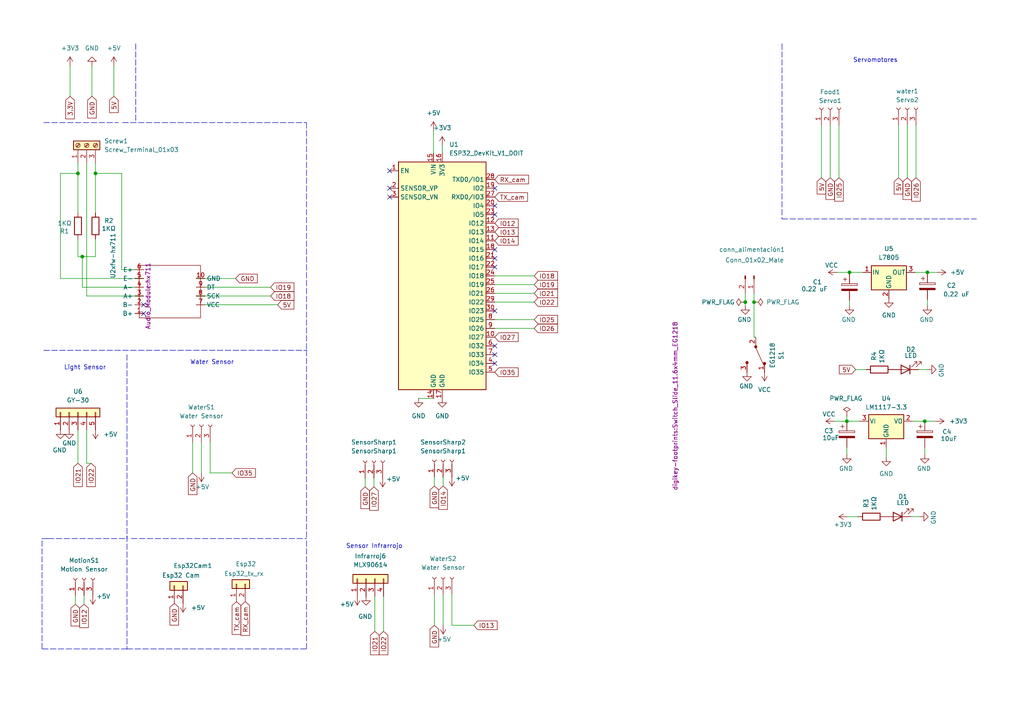
<source format=kicad_sch>
(kicad_sch (version 20211123) (generator eeschema)
  (paper "A4")
  (lib_symbols
    (symbol "Connector:Conn_01x02_Male" (pin_names (offset 1.016) hide)
      (property "Reference" "J" (at 0 2.54 0))
      (property "Value" "Conn_01x02_Male" (at 0 -5.08 0))
      (symbol "Conn_01x02_Male_1_1"
        (polyline (pts (xy 1.27 -2.54) (xy 0.8636 -2.54)) (stroke (width 0.1524)))
        (polyline (pts (xy 1.27 0) (xy 0.8636 0)) (stroke (width 0.1524)))
        (rectangle (start 0.8636 -2.413) (end 0 -2.667) (stroke (width 0.1524)) (fill (type outline)))
        (rectangle (start 0.8636 0.127) (end 0 -0.127) (stroke (width 0.1524)) (fill (type outline)))
        (pin passive line (at 5.08 0 180) (length 3.81) (name "Pin_1") (number "1"))
        (pin passive line (at 5.08 -2.54 180) (length 3.81) (name "Pin_2") (number "2"))
      )
    )
    (symbol "Connector:Conn_01x03_Female" (pin_names (offset 1.016) hide)
      (property "Reference" "J" (at 0 5.08 0))
      (property "Value" "Conn_01x03_Female" (at 0 -5.08 0))
      (symbol "Conn_01x03_Female_1_1"
        (arc (start 0 -2.032) (mid -0.508 -2.54) (end 0 -3.048) (stroke (width 0.1524)))
        (polyline (pts (xy -1.27 -2.54) (xy -0.508 -2.54)) (stroke (width 0.1524)))
        (polyline (pts (xy -1.27 0) (xy -0.508 0)) (stroke (width 0.1524)))
        (polyline (pts (xy -1.27 2.54) (xy -0.508 2.54)) (stroke (width 0.1524)))
        (arc (start 0 0.508) (mid -0.508 0) (end 0 -0.508) (stroke (width 0.1524)))
        (arc (start 0 3.048) (mid -0.508 2.54) (end 0 2.032) (stroke (width 0.1524)))
        (pin passive line (at -5.08 2.54 0) (length 3.81) (name "Pin_1") (number "1"))
        (pin passive line (at -5.08 0 0) (length 3.81) (name "Pin_2") (number "2"))
        (pin passive line (at -5.08 -2.54 0) (length 3.81) (name "Pin_3") (number "3"))
      )
    )
    (symbol "Connector:Screw_Terminal_01x03" (pin_names (offset 1.016) hide)
      (property "Reference" "J" (at 0 5.08 0))
      (property "Value" "Screw_Terminal_01x03" (at 0 -5.08 0))
      (symbol "Screw_Terminal_01x03_1_1"
        (rectangle (start -1.27 3.81) (end 1.27 -3.81) (stroke (width 0.254)) (fill (type background)))
        (circle (center 0 -2.54) (radius 0.635) (stroke (width 0.1524)))
        (polyline (pts (xy -0.5334 -2.2098) (xy 0.3302 -3.048)) (stroke (width 0.1524)))
        (polyline (pts (xy -0.5334 0.3302) (xy 0.3302 -0.508)) (stroke (width 0.1524)))
        (polyline (pts (xy -0.5334 2.8702) (xy 0.3302 2.032)) (stroke (width 0.1524)))
        (polyline (pts (xy -0.3556 -2.032) (xy 0.508 -2.8702)) (stroke (width 0.1524)))
        (polyline (pts (xy -0.3556 0.508) (xy 0.508 -0.3302)) (stroke (width 0.1524)))
        (polyline (pts (xy -0.3556 3.048) (xy 0.508 2.2098)) (stroke (width 0.1524)))
        (circle (center 0 0) (radius 0.635) (stroke (width 0.1524)))
        (circle (center 0 2.54) (radius 0.635) (stroke (width 0.1524)))
        (pin passive line (at -5.08 2.54 0) (length 3.81) (name "Pin_1") (number "1"))
        (pin passive line (at -5.08 0 0) (length 3.81) (name "Pin_2") (number "2"))
        (pin passive line (at -5.08 -2.54 0) (length 3.81) (name "Pin_3") (number "3"))
      )
    )
    (symbol "Connector_Generic:Conn_01x02" (pin_names (offset 1.016) hide)
      (property "Reference" "J" (at 0 2.54 0))
      (property "Value" "Conn_01x02" (at 0 -5.08 0))
      (symbol "Conn_01x02_1_1"
        (rectangle (start -1.27 -2.413) (end 0 -2.667) (stroke (width 0.1524)))
        (rectangle (start -1.27 0.127) (end 0 -0.127) (stroke (width 0.1524)))
        (rectangle (start -1.27 1.27) (end 1.27 -3.81) (stroke (width 0.254)) (fill (type background)))
        (pin passive line (at -5.08 0 0) (length 3.81) (name "Pin_1") (number "1"))
        (pin passive line (at -5.08 -2.54 0) (length 3.81) (name "Pin_2") (number "2"))
      )
    )
    (symbol "Connector_Generic:Conn_01x04" (pin_names (offset 1.016) hide)
      (property "Reference" "J" (at 0 5.08 0))
      (property "Value" "Conn_01x04" (at 0 -7.62 0))
      (symbol "Conn_01x04_1_1"
        (rectangle (start -1.27 -4.953) (end 0 -5.207) (stroke (width 0.1524)))
        (rectangle (start -1.27 -2.413) (end 0 -2.667) (stroke (width 0.1524)))
        (rectangle (start -1.27 0.127) (end 0 -0.127) (stroke (width 0.1524)))
        (rectangle (start -1.27 2.667) (end 0 2.413) (stroke (width 0.1524)))
        (rectangle (start -1.27 3.81) (end 1.27 -6.35) (stroke (width 0.254)) (fill (type background)))
        (pin passive line (at -5.08 2.54 0) (length 3.81) (name "Pin_1") (number "1"))
        (pin passive line (at -5.08 0 0) (length 3.81) (name "Pin_2") (number "2"))
        (pin passive line (at -5.08 -2.54 0) (length 3.81) (name "Pin_3") (number "3"))
        (pin passive line (at -5.08 -5.08 0) (length 3.81) (name "Pin_4") (number "4"))
      )
    )
    (symbol "Connector_Generic:Conn_01x05" (pin_names (offset 1.016) hide)
      (property "Reference" "J" (at 0 7.62 0))
      (property "Value" "Conn_01x05" (at 0 -7.62 0))
      (symbol "Conn_01x05_1_1"
        (rectangle (start -1.27 -4.953) (end 0 -5.207) (stroke (width 0.1524)))
        (rectangle (start -1.27 -2.413) (end 0 -2.667) (stroke (width 0.1524)))
        (rectangle (start -1.27 0.127) (end 0 -0.127) (stroke (width 0.1524)))
        (rectangle (start -1.27 2.667) (end 0 2.413) (stroke (width 0.1524)))
        (rectangle (start -1.27 5.207) (end 0 4.953) (stroke (width 0.1524)))
        (rectangle (start -1.27 6.35) (end 1.27 -6.35) (stroke (width 0.254)) (fill (type background)))
        (pin passive line (at -5.08 5.08 0) (length 3.81) (name "Pin_1") (number "1"))
        (pin passive line (at -5.08 2.54 0) (length 3.81) (name "Pin_2") (number "2"))
        (pin passive line (at -5.08 0 0) (length 3.81) (name "Pin_3") (number "3"))
        (pin passive line (at -5.08 -2.54 0) (length 3.81) (name "Pin_4") (number "4"))
        (pin passive line (at -5.08 -5.08 0) (length 3.81) (name "Pin_5") (number "5"))
      )
    )
    (symbol "Device:C_Polarized" (pin_numbers hide) (pin_names (offset 0.254))
      (property "Reference" "C" (at 0.635 2.54 0))
      (property "Value" "C_Polarized" (at 0.635 -2.54 0))
      (symbol "C_Polarized_0_1"
        (rectangle (start -2.286 0.508) (end 2.286 1.016))
        (polyline (pts (xy -1.778 2.286) (xy -0.762 2.286)))
        (polyline (pts (xy -1.27 2.794) (xy -1.27 1.778)))
        (rectangle (start 2.286 -0.508) (end -2.286 -1.016) (fill (type outline)))
      )
      (symbol "C_Polarized_1_1"
        (pin passive line (at 0 3.81 270) (length 2.794) (name "~") (number "1"))
        (pin passive line (at 0 -3.81 90) (length 2.794) (name "~") (number "2"))
      )
    )
    (symbol "Device:LED" (pin_numbers hide) (pin_names (offset 1.016) hide)
      (property "Reference" "D" (at 0 2.54 0))
      (property "Value" "LED" (at 0 -2.54 0))
      (symbol "LED_0_1"
        (polyline (pts (xy -1.27 -1.27) (xy -1.27 1.27)) (stroke (width 0.254)))
        (polyline (pts (xy -1.27 0) (xy 1.27 0)))
        (polyline (pts (xy 1.27 -1.27) (xy 1.27 1.27) (xy -1.27 0) (xy 1.27 -1.27)) (stroke (width 0.254)))
        (polyline (pts (xy -3.048 -0.762) (xy -4.572 -2.286) (xy -3.81 -2.286) (xy -4.572 -2.286) (xy -4.572 -1.524)))
        (polyline (pts (xy -1.778 -0.762) (xy -3.302 -2.286) (xy -2.54 -2.286) (xy -3.302 -2.286) (xy -3.302 -1.524)))
      )
      (symbol "LED_1_1"
        (pin passive line (at -3.81 0 0) (length 2.54) (name "K") (number "1"))
        (pin passive line (at 3.81 0 180) (length 2.54) (name "A") (number "2"))
      )
    )
    (symbol "Device:R" (pin_numbers hide) (pin_names (offset 0))
      (property "Reference" "R" (at 2.032 0 90))
      (property "Value" "R" (at 0 0 90))
      (symbol "R_0_1"
        (rectangle (start -1.016 -2.54) (end 1.016 2.54) (stroke (width 0.254)))
      )
      (symbol "R_1_1"
        (pin passive line (at 0 3.81 270) (length 1.27) (name "~") (number "1"))
        (pin passive line (at 0 -3.81 90) (length 1.27) (name "~") (number "2"))
      )
    )
    (symbol "Regulator_Linear:L7805" (pin_names (offset 0.254))
      (property "Reference" "U" (at -3.81 3.175 0))
      (property "Value" "L7805" (at 0 3.175 0))
      (symbol "L7805_0_1"
        (rectangle (start -5.08 1.905) (end 5.08 -5.08) (stroke (width 0.254)) (fill (type background)))
      )
      (symbol "L7805_1_1"
        (pin power_in line (at -7.62 0 0) (length 2.54) (name "IN") (number "1"))
        (pin power_in line (at 0 -7.62 90) (length 2.54) (name "GND") (number "2"))
        (pin power_out line (at 7.62 0 180) (length 2.54) (name "OUT") (number "3"))
      )
    )
    (symbol "Regulator_Linear:LM1117-3.3" (pin_names (offset 0.254))
      (property "Reference" "U" (at -3.81 3.175 0))
      (property "Value" "LM1117-3.3" (at 0 3.175 0))
      (symbol "LM1117-3.3_0_1"
        (rectangle (start -5.08 -5.08) (end 5.08 1.905) (stroke (width 0.254)) (fill (type background)))
      )
      (symbol "LM1117-3.3_1_1"
        (pin power_in line (at 0 -7.62 90) (length 2.54) (name "GND") (number "1"))
        (pin power_out line (at 7.62 0 180) (length 2.54) (name "VO") (number "2"))
        (pin power_in line (at -7.62 0 0) (length 2.54) (name "VI") (number "3"))
      )
    )
    (symbol "XFW-HX711:xfw-hx711"
      (property "Reference" "U2" (at 5.0799 10.16 0))
      (property "Value" "xfw-hx711" (at 7.6199 10.16 0))
      (property "Footprint" "Audio_Module:hx711" (at 0 0 0))
      (symbol "xfw-hx711_0_1"
        (rectangle (start -6.35 2.54) (end 8.89 -15.24))
      )
      (symbol "xfw-hx711_1_1"
        (pin input line (at -5.08 1.27 90) (length 2.54) (name "B+") (number "1"))
        (pin input line (at 5.08 -13.97 270) (length 2.54) (name "GND") (number "10"))
        (pin input line (at -2.54 1.27 90) (length 2.54) (name "B-") (number "2"))
        (pin input line (at 0 1.27 90) (length 2.54) (name "A+") (number "3"))
        (pin input line (at 2.54 1.27 90) (length 2.54) (name "A-") (number "4"))
        (pin input line (at 5.08 1.27 90) (length 2.54) (name "E-") (number "5"))
        (pin input line (at 7.62 1.27 90) (length 2.54) (name "E+") (number "6"))
        (pin input line (at -2.54 -13.97 270) (length 2.54) (name "VCC") (number "7"))
        (pin input line (at 0 -13.97 270) (length 2.54) (name "SCK") (number "8"))
        (pin input line (at 2.54 -13.97 270) (length 2.54) (name "DT") (number "9"))
      )
    )
    (symbol "dk_Slide-Switches:EG1218" (pin_names (offset 0))
      (property "Reference" "S" (at -3.81 2.286 0))
      (property "Value" "EG1218" (at 0 -5.334 0))
      (symbol "EG1218_0_1"
        (circle (center -2.286 0) (radius 0.3556) (fill (type outline)))
        (polyline (pts (xy -2.032 0) (xy 3.048 2.286)))
        (circle (center 2.286 -2.54) (radius 0.3556) (fill (type outline)))
        (circle (center 2.54 2.54) (radius 0.3556) (fill (type outline)))
      )
      (symbol "EG1218_1_1"
        (pin passive line (at 5.08 2.54 180) (length 2.54) (name "~") (number "1"))
        (pin passive line (at -5.08 0 0) (length 2.54) (name "~") (number "2"))
        (pin passive line (at 5.08 -2.54 180) (length 2.54) (name "~") (number "3"))
      )
    )
    (symbol "esp32_devkit_v1_doit:ESP32_DevKit_V1_DOIT"
      (property "Reference" "U" (at -11.43 34.29 0))
      (property "Value" "ESP32_DevKit_V1_DOIT" (at 11.43 34.29 0))
      (symbol "ESP32_DevKit_V1_DOIT_1_1"
        (rectangle (start -12.7 33.02) (end 12.7 -33.02) (stroke (width 0.254)) (fill (type background)))
        (pin input line (at -15.24 30.48 0) (length 2.54) (name "EN") (number "1"))
        (pin bidirectional line (at 15.24 -17.78 180) (length 2.54) (name "IO27") (number "10"))
        (pin bidirectional line (at 15.24 10.16 180) (length 2.54) (name "IO14") (number "11"))
        (pin bidirectional line (at 15.24 15.24 180) (length 2.54) (name "IO12") (number "12"))
        (pin bidirectional line (at 15.24 12.7 180) (length 2.54) (name "IO13") (number "13"))
        (pin power_in line (at -2.54 -35.56 90) (length 2.54) (name "GND") (number "14"))
        (pin power_in line (at -2.54 35.56 270) (length 2.54) (name "VIN") (number "15"))
        (pin power_in line (at 0 35.56 270) (length 2.54) (name "3V3") (number "16"))
        (pin power_in line (at 0 -35.56 90) (length 2.54) (name "GND") (number "17"))
        (pin bidirectional line (at 15.24 7.62 180) (length 2.54) (name "IO15") (number "18"))
        (pin bidirectional line (at 15.24 25.4 180) (length 2.54) (name "IO2") (number "19"))
        (pin input line (at -15.24 25.4 0) (length 2.54) (name "SENSOR_VP") (number "2"))
        (pin bidirectional line (at 15.24 20.32 180) (length 2.54) (name "IO4") (number "20"))
        (pin bidirectional line (at 15.24 5.08 180) (length 2.54) (name "IO16") (number "21"))
        (pin bidirectional line (at 15.24 2.54 180) (length 2.54) (name "IO17") (number "22"))
        (pin bidirectional line (at 15.24 17.78 180) (length 2.54) (name "IO5") (number "23"))
        (pin bidirectional line (at 15.24 0 180) (length 2.54) (name "IO18") (number "24"))
        (pin bidirectional line (at 15.24 -2.54 180) (length 2.54) (name "IO19") (number "25"))
        (pin bidirectional line (at 15.24 -5.08 180) (length 2.54) (name "IO21") (number "26"))
        (pin bidirectional line (at 15.24 22.86 180) (length 2.54) (name "RXD0/IO3") (number "27"))
        (pin bidirectional line (at 15.24 27.94 180) (length 2.54) (name "TXD0/IO1") (number "28"))
        (pin bidirectional line (at 15.24 -7.62 180) (length 2.54) (name "IO22") (number "29"))
        (pin input line (at -15.24 22.86 0) (length 2.54) (name "SENSOR_VN") (number "3"))
        (pin bidirectional line (at 15.24 -10.16 180) (length 2.54) (name "IO23") (number "30"))
        (pin input line (at 15.24 -25.4 180) (length 2.54) (name "IO34") (number "4"))
        (pin input line (at 15.24 -27.94 180) (length 2.54) (name "IO35") (number "5"))
        (pin bidirectional line (at 15.24 -20.32 180) (length 2.54) (name "IO32") (number "6"))
        (pin bidirectional line (at 15.24 -22.86 180) (length 2.54) (name "IO33") (number "7"))
        (pin bidirectional line (at 15.24 -12.7 180) (length 2.54) (name "IO25") (number "8"))
        (pin bidirectional line (at 15.24 -15.24 180) (length 2.54) (name "IO26") (number "9"))
      )
    )
    (symbol "power:+3.3V" (power) (pin_names (offset 0))
      (property "Value" "+3.3V" (at 0 3.556 0))
      (symbol "+3.3V_0_1"
        (polyline (pts (xy -0.762 1.27) (xy 0 2.54)))
        (polyline (pts (xy 0 0) (xy 0 2.54)))
        (polyline (pts (xy 0 2.54) (xy 0.762 1.27)))
      )
      (symbol "+3.3V_1_1"
        (pin power_in line (at 0 0 90) (length 0) hide (name "+3V3") (number "1"))
      )
    )
    (symbol "power:+5V" (power) (pin_names (offset 0))
      (property "Value" "+5V" (at 0 3.556 0))
      (symbol "+5V_0_1"
        (polyline (pts (xy -0.762 1.27) (xy 0 2.54)))
        (polyline (pts (xy 0 0) (xy 0 2.54)))
        (polyline (pts (xy 0 2.54) (xy 0.762 1.27)))
      )
      (symbol "+5V_1_1"
        (pin power_in line (at 0 0 90) (length 0) hide (name "+5V") (number "1"))
      )
    )
    (symbol "power:GND" (power) (pin_names (offset 0))
      (property "Value" "GND" (at 0 -3.81 0))
      (symbol "GND_0_1"
        (polyline (pts (xy 0 0) (xy 0 -1.27) (xy 1.27 -1.27) (xy 0 -2.54) (xy -1.27 -1.27) (xy 0 -1.27)))
      )
      (symbol "GND_1_1"
        (pin power_in line (at 0 0 270) (length 0) hide (name "GND") (number "1"))
      )
    )
    (symbol "power:PWR_FLAG" (power) (pin_numbers hide) (pin_names (offset 0) hide)
      (property "Value" "PWR_FLAG" (at 0 3.81 0))
      (symbol "PWR_FLAG_0_0"
        (pin power_out line (at 0 0 90) (length 0) (name "pwr") (number "1"))
      )
      (symbol "PWR_FLAG_0_1"
        (polyline (pts (xy 0 0) (xy 0 1.27) (xy -1.016 1.905) (xy 0 2.54) (xy 1.016 1.905) (xy 0 1.27)))
      )
    )
    (symbol "power:VCC" (power) (pin_names (offset 0))
      (property "Value" "VCC" (at 0 3.81 0))
      (symbol "VCC_0_1"
        (polyline (pts (xy -0.762 1.27) (xy 0 2.54)))
        (polyline (pts (xy 0 0) (xy 0 2.54)))
        (polyline (pts (xy 0 2.54) (xy 0.762 1.27)))
      )
      (symbol "VCC_1_1"
        (pin power_in line (at 0 0 90) (length 0) hide (name "VCC") (number "1"))
      )
    )
  )
  (junction (at 22.606 50.292))
  (junction (at 268.224 122.174))
  (junction (at 23.876 74.422))
  (junction (at 216.154 87.63))
  (junction (at 246.38 78.994))
  (junction (at 27.686 50.292))
  (junction (at 245.618 122.174))
  (junction (at 218.694 87.63))
  (junction (at 268.986 78.994))
  (no_connect (at 143.51 62.23))
  (no_connect (at 143.51 54.61))
  (no_connect (at 143.51 59.69))
  (no_connect (at 143.51 72.39))
  (no_connect (at 143.51 74.93))
  (no_connect (at 143.51 90.17))
  (no_connect (at 143.51 77.47))
  (no_connect (at 113.03 57.15))
  (no_connect (at 113.03 54.61))
  (no_connect (at 113.03 49.53))
  (no_connect (at 41.656 88.392))
  (no_connect (at 41.656 90.932))
  (no_connect (at 143.51 100.33))
  (no_connect (at 143.51 102.87))
  (no_connect (at 143.51 105.41))
  (wire (pts (xy 108.712 172.974) (xy 108.712 183.134)))
  (wire (pts (xy 131.064 172.466) (xy 131.064 181.356)))
  (wire (pts (xy 17.526 50.292) (xy 17.526 80.772)))
  (wire (pts (xy 121.412 115.57) (xy 125.73 115.57)))
  (wire (pts (xy 22.606 74.422) (xy 23.876 74.422)))
  (wire (pts (xy 27.686 50.292) (xy 27.686 61.722)))
  (wire (pts (xy 143.51 95.25) (xy 154.94 95.25)))
  (polyline (pts (xy 35.56 35.56) (xy 88.9 35.56)))
  (wire (pts (xy 56.896 85.852) (xy 78.486 85.852)))
  (wire (pts (xy 23.876 83.312) (xy 23.876 74.422)))
  (wire (pts (xy 143.51 92.71) (xy 154.94 92.71)))
  (wire (pts (xy 26.416 134.366) (xy 25.146 134.366)))
  (polyline (pts (xy 36.83 155.448) (xy 36.83 188.214)))
  (wire (pts (xy 55.88 128.27) (xy 55.88 137.16)))
  (polyline (pts (xy 88.9 35.56) (xy 88.9 101.6)))
  (wire (pts (xy 17.526 80.772) (xy 41.656 80.772)))
  (wire (pts (xy 111.252 183.134) (xy 111.252 172.974)))
  (polyline (pts (xy 12.7 35.56) (xy 34.29 35.56)))
  (polyline (pts (xy 36.83 188.214) (xy 12.192 188.214)))
  (polyline (pts (xy 13.97 156.21) (xy 36.83 156.21)))
  (polyline (pts (xy 38.1 156.21) (xy 88.9 156.21)))
  (wire (pts (xy 242.062 122.174) (xy 245.618 122.174)))
  (polyline (pts (xy 12.7 101.6) (xy 88.9 101.6)))
  (wire (pts (xy 23.876 83.312) (xy 41.656 83.312)))
  (wire (pts (xy 105.918 138.684) (xy 105.918 141.224)))
  (wire (pts (xy 22.606 50.292) (xy 22.606 61.722)))
  (wire (pts (xy 238.252 36.322) (xy 238.252 51.562)))
  (wire (pts (xy 128.27 42.164) (xy 128.27 44.45)))
  (polyline (pts (xy 12.192 156.21) (xy 14.224 156.21)))
  (wire (pts (xy 56.896 83.312) (xy 78.486 83.312)))
  (wire (pts (xy 143.51 87.63) (xy 154.94 87.63)))
  (wire (pts (xy 245.618 122.174) (xy 249.428 122.174)))
  (wire (pts (xy 268.224 131.826) (xy 268.224 129.794)))
  (wire (pts (xy 27.686 47.244) (xy 27.686 50.292)))
  (wire (pts (xy 21.844 172.72) (xy 21.844 175.26)))
  (wire (pts (xy 125.73 37.846) (xy 125.73 44.45)))
  (wire (pts (xy 218.694 97.79) (xy 219.202 97.79)))
  (wire (pts (xy 264.668 122.174) (xy 268.224 122.174)))
  (polyline (pts (xy 36.83 102.87) (xy 36.83 156.21)))
  (wire (pts (xy 248.158 107.188) (xy 251.206 107.188)))
  (wire (pts (xy 265.43 78.994) (xy 268.986 78.994)))
  (wire (pts (xy 246.38 79.502) (xy 246.38 78.994)))
  (wire (pts (xy 216.154 88.646) (xy 216.154 87.63)))
  (wire (pts (xy 22.606 134.366) (xy 22.606 124.714)))
  (wire (pts (xy 33.02 19.05) (xy 33.02 27.94)))
  (wire (pts (xy 143.51 82.55) (xy 154.94 82.55)))
  (wire (pts (xy 24.384 172.72) (xy 24.384 175.26)))
  (wire (pts (xy 131.064 181.356) (xy 137.414 181.356)))
  (polyline (pts (xy 39.37 12.7) (xy 39.37 35.56)))
  (wire (pts (xy 128.524 138.43) (xy 128.524 140.97)))
  (wire (pts (xy 56.896 88.392) (xy 80.518 88.392)))
  (wire (pts (xy 218.694 87.63) (xy 218.694 85.09)))
  (wire (pts (xy 218.694 87.63) (xy 218.694 97.79)))
  (wire (pts (xy 243.332 36.322) (xy 243.332 51.562)))
  (wire (pts (xy 23.876 74.422) (xy 27.686 74.422)))
  (wire (pts (xy 266.7 149.86) (xy 264.16 149.86)))
  (wire (pts (xy 265.684 36.322) (xy 265.684 51.562)))
  (wire (pts (xy 245.618 120.65) (xy 245.618 122.174)))
  (wire (pts (xy 22.606 69.342) (xy 22.606 74.422)))
  (wire (pts (xy 257.048 132.588) (xy 257.048 129.794)))
  (wire (pts (xy 263.144 36.322) (xy 263.144 51.562)))
  (wire (pts (xy 268.986 79.248) (xy 268.986 78.994)))
  (wire (pts (xy 268.986 107.188) (xy 266.446 107.188)))
  (wire (pts (xy 25.146 47.244) (xy 25.146 85.852)))
  (wire (pts (xy 108.458 138.684) (xy 108.458 141.224)))
  (wire (pts (xy 268.986 88.646) (xy 268.986 86.868)))
  (wire (pts (xy 143.51 85.09) (xy 154.94 85.09)))
  (wire (pts (xy 125.984 172.466) (xy 125.984 181.356)))
  (wire (pts (xy 26.67 19.05) (xy 26.67 27.94)))
  (wire (pts (xy 216.154 87.63) (xy 216.154 85.09)))
  (polyline (pts (xy 226.822 63.5) (xy 283.21 63.5)))
  (polyline (pts (xy 88.9 188.214) (xy 88.9 156.21)))
  (wire (pts (xy 242.824 78.994) (xy 246.38 78.994)))
  (wire (pts (xy 245.872 149.86) (xy 248.92 149.86)))
  (wire (pts (xy 25.146 85.852) (xy 41.656 85.852)))
  (polyline (pts (xy 88.9 101.6) (xy 88.9 156.21)))
  (wire (pts (xy 60.96 137.16) (xy 67.31 137.16)))
  (wire (pts (xy 27.686 50.292) (xy 35.306 50.292)))
  (wire (pts (xy 56.896 80.772) (xy 68.326 80.772)))
  (wire (pts (xy 246.38 78.994) (xy 250.19 78.994)))
  (wire (pts (xy 125.984 138.43) (xy 125.984 140.97)))
  (wire (pts (xy 128.524 172.466) (xy 128.524 181.356)))
  (wire (pts (xy 60.96 128.27) (xy 60.96 137.16)))
  (wire (pts (xy 271.78 78.994) (xy 268.986 78.994)))
  (wire (pts (xy 35.306 78.232) (xy 35.306 50.292)))
  (wire (pts (xy 20.32 19.05) (xy 20.32 27.94)))
  (wire (pts (xy 246.38 87.122) (xy 246.38 88.646)))
  (polyline (pts (xy 12.192 188.214) (xy 12.192 156.21)))
  (wire (pts (xy 268.224 122.174) (xy 271.272 122.174)))
  (wire (pts (xy 27.686 74.422) (xy 27.686 69.342)))
  (wire (pts (xy 22.606 50.292) (xy 17.526 50.292)))
  (wire (pts (xy 143.51 80.01) (xy 154.94 80.01)))
  (polyline (pts (xy 226.822 12.7) (xy 226.822 63.5)))
  (wire (pts (xy 25.146 134.366) (xy 25.146 124.714)))
  (polyline (pts (xy 36.83 188.214) (xy 88.9 188.214)))
  (wire (pts (xy 35.306 78.232) (xy 41.656 78.232)))
  (wire (pts (xy 245.618 129.794) (xy 245.618 131.826)))
  (wire (pts (xy 22.606 47.244) (xy 22.606 50.292)))
  (wire (pts (xy 260.604 36.322) (xy 260.604 51.562)))
  (wire (pts (xy 58.42 128.27) (xy 58.42 137.16)))
  (wire (pts (xy 240.792 36.322) (xy 240.792 51.562)))
  (text "Sensor Infrarrojo\n" (at 100.33 159.258 0) (effects (font (size 1.27 1.27)) (justify left bottom)))
  (text "Water Sensor\n" (at 55.118 105.918 0) (effects (font (size 1.27 1.27)) (justify left bottom)))
  (text "Light Sensor\n" (at 18.542 107.442 0) (effects (font (size 1.27 1.27)) (justify left bottom)))
  (text "Servomotores\n" (at 247.396 18.288 0) (effects (font (size 1.27 1.27)) (justify left bottom)))
  (global_label "GND" (shape input) (at 125.984 181.356 270) (property "Intersheet References" "${INTERSHEET_REFS}" (effects hide)))
  (global_label "RX_cam" (shape input) (at 71.12 174.498 270) (property "Intersheet References" "${INTERSHEET_REFS}" (effects hide)))
  (global_label "IO14" (shape input) (at 143.51 69.85 0) (property "Intersheet References" "${INTERSHEET_REFS}" (effects hide)))
  (global_label "GND" (shape input) (at 55.88 137.16 270) (property "Intersheet References" "${INTERSHEET_REFS}" (effects hide)))
  (global_label "IO35" (shape input) (at 67.31 137.16 0) (property "Intersheet References" "${INTERSHEET_REFS}" (effects hide)))
  (global_label "GND" (shape input) (at 105.918 141.224 270) (property "Intersheet References" "${INTERSHEET_REFS}" (effects hide)))
  (global_label "IO22" (shape input) (at 26.416 134.366 270) (property "Intersheet References" "${INTERSHEET_REFS}" (effects hide)))
  (global_label "GND" (shape input) (at 68.326 80.772 0) (property "Intersheet References" "${INTERSHEET_REFS}" (effects hide)))
  (global_label "IO26" (shape input) (at 265.684 51.562 270) (property "Intersheet References" "${INTERSHEET_REFS}" (effects hide)))
  (global_label "IO35" (shape input) (at 143.51 107.95 0) (property "Intersheet References" "${INTERSHEET_REFS}" (effects hide)))
  (global_label "IO19" (shape input) (at 154.94 82.55 0) (property "Intersheet References" "${INTERSHEET_REFS}" (effects hide)))
  (global_label "IO26" (shape input) (at 154.94 95.25 0) (property "Intersheet References" "${INTERSHEET_REFS}" (effects hide)))
  (global_label "IO27" (shape input) (at 143.51 97.79 0) (property "Intersheet References" "${INTERSHEET_REFS}" (effects hide)))
  (global_label "IO14" (shape input) (at 128.524 140.97 270) (property "Intersheet References" "${INTERSHEET_REFS}" (effects hide)))
  (global_label "IO19" (shape input) (at 78.486 83.312 0) (property "Intersheet References" "${INTERSHEET_REFS}" (effects hide)))
  (global_label "IO21" (shape input) (at 108.712 183.134 270) (property "Intersheet References" "${INTERSHEET_REFS}" (effects hide)))
  (global_label "IO13" (shape input) (at 143.51 67.31 0) (property "Intersheet References" "${INTERSHEET_REFS}" (effects hide)))
  (global_label "IO21" (shape input) (at 154.94 85.09 0) (property "Intersheet References" "${INTERSHEET_REFS}" (effects hide)))
  (global_label "IO27" (shape input) (at 108.458 141.224 270) (property "Intersheet References" "${INTERSHEET_REFS}" (effects hide)))
  (global_label "IO12" (shape input) (at 143.51 64.77 0) (property "Intersheet References" "${INTERSHEET_REFS}" (effects hide)))
  (global_label "GND" (shape input) (at 26.67 27.94 270) (property "Intersheet References" "${INTERSHEET_REFS}" (effects hide)))
  (global_label "GND" (shape input) (at 263.144 51.562 270) (property "Intersheet References" "${INTERSHEET_REFS}" (effects hide)))
  (global_label "5V" (shape input) (at 80.518 88.392 0) (property "Intersheet References" "${INTERSHEET_REFS}" (effects hide)))
  (global_label "IO22" (shape input) (at 111.252 183.134 270) (property "Intersheet References" "${INTERSHEET_REFS}" (effects hide)))
  (global_label "GND" (shape input) (at 240.792 51.562 270) (property "Intersheet References" "${INTERSHEET_REFS}" (effects hide)))
  (global_label "IO13" (shape input) (at 137.414 181.356 0) (property "Intersheet References" "${INTERSHEET_REFS}" (effects hide)))
  (global_label "IO25" (shape input) (at 154.94 92.71 0) (property "Intersheet References" "${INTERSHEET_REFS}" (effects hide)))
  (global_label "5V" (shape input) (at 260.604 51.562 270) (property "Intersheet References" "${INTERSHEET_REFS}" (effects hide)))
  (global_label "IO12" (shape input) (at 24.384 175.26 270) (property "Intersheet References" "${INTERSHEET_REFS}" (effects hide)))
  (global_label "TX_cam" (shape input) (at 143.51 57.15 0) (property "Intersheet References" "${INTERSHEET_REFS}" (effects hide)))
  (global_label "GND" (shape input) (at 125.984 140.97 270) (property "Intersheet References" "${INTERSHEET_REFS}" (effects hide)))
  (global_label "IO22" (shape input) (at 154.94 87.63 0) (property "Intersheet References" "${INTERSHEET_REFS}" (effects hide)))
  (global_label "TX_cam" (shape input) (at 68.58 174.498 270) (property "Intersheet References" "${INTERSHEET_REFS}" (effects hide)))
  (global_label "5V" (shape input) (at 238.252 51.562 270) (property "Intersheet References" "${INTERSHEET_REFS}" (effects hide)))
  (global_label "5V" (shape input) (at 33.02 27.94 270) (property "Intersheet References" "${INTERSHEET_REFS}" (effects hide)))
  (global_label "IO18" (shape input) (at 78.486 85.852 0) (property "Intersheet References" "${INTERSHEET_REFS}" (effects hide)))
  (global_label "IO25" (shape input) (at 243.332 51.562 270) (property "Intersheet References" "${INTERSHEET_REFS}" (effects hide)))
  (global_label "5V" (shape input) (at 248.158 107.188 180) (property "Intersheet References" "${INTERSHEET_REFS}" (effects hide)))
  (global_label "GND" (shape input) (at 21.844 175.26 270) (property "Intersheet References" "${INTERSHEET_REFS}" (effects hide)))
  (global_label "IO21" (shape input) (at 22.606 134.366 270) (property "Intersheet References" "${INTERSHEET_REFS}" (effects hide)))
  (global_label "RX_cam" (shape input) (at 143.51 52.07 0) (property "Intersheet References" "${INTERSHEET_REFS}" (effects hide)))
  (global_label "IO18" (shape input) (at 154.94 80.01 0) (property "Intersheet References" "${INTERSHEET_REFS}" (effects hide)))
  (global_label "GND" (shape input) (at 50.546 175.006 270) (property "Intersheet References" "${INTERSHEET_REFS}" (effects hide)))
  (global_label "3.3V" (shape input) (at 20.32 27.94 270) (property "Intersheet References" "${INTERSHEET_REFS}" (effects hide)))
  (symbol (lib_id "power:+5V") (at 33.02 19.05 0) (unit 1)
    (property "Reference" "#PWR0103" (effects hide))
    (property "Value" "+5V" (at 33.02 13.97 0))
  )
  (symbol (lib_id "power:+5V") (at 125.73 37.846 0) (unit 1)
    (property "Reference" "#PWR0104" (effects hide))
    (property "Value" "+5V" (at 125.73 32.766 0))
  )
  (symbol (lib_id "power:GND") (at 257.81 86.614 0) (unit 1)
    (property "Reference" "#PWR0111" (effects hide))
    (property "Value" "GND" (at 257.81 91.44 0))
  )
  (symbol (lib_id "Device:LED") (at 262.636 107.188 180) (unit 1)
    (property "Reference" "D2" (at 264.16 101.346 0))
    (property "Value" "LED" (at 264.16 103.124 0))
    (property "Footprint" "LED_THT:LED_D3.0mm_Clear" (effects hide))
  )
  (symbol (lib_id "Regulator_Linear:L7805") (at 257.81 78.994 0) (unit 1)
    (property "Reference" "U5" (at 257.81 72.136 0))
    (property "Value" "L7805" (at 257.81 74.676 0))
    (property "Footprint" "Package_TO_SOT_THT:TO-220-3_Vertical" (effects hide))
    (property "Datasheet" "http://www.st.com/content/ccc/resource/technical/document/datasheet/41/4f/b3/b0/12/d4/47/88/CD00000444.pdf/files/CD00000444.pdf/jcr:content/translations/en.CD00000444.pdf" (effects hide))
  )
  (symbol (lib_id "power:GND") (at 17.526 124.714 0) (unit 1)
    (property "Reference" "#PWR0126" (effects hide))
    (property "Value" "GND" (at 15.24 130.556 0) (effects (justify left)))
  )
  (symbol (lib_id "Connector:Conn_01x03_Female") (at 108.458 133.604 90) (unit 1)
    (property "Reference" "SensorSharp1" (at 108.458 128.27 90))
    (property "Value" "SensorSharp1" (at 108.458 130.81 90))
    (property "Footprint" "Connector_PinSocket_2.00mm:PinSocket_1x03_P2.00mm_Vertical" (effects hide))
  )
  (symbol (lib_id "power:GND") (at 216.662 107.95 0) (unit 1)
    (property "Reference" "#PWR0113" (effects hide))
    (property "Value" "GND" (at 214.376 112.014 0) (effects (justify left)))
  )
  (symbol (lib_id "power:GND") (at 20.066 124.714 0) (unit 1)
    (property "Reference" "#PWR0125" (effects hide))
    (property "Value" "GND" (at 18.034 128.524 0) (effects (justify left)))
  )
  (symbol (lib_id "dk_Slide-Switches:EG1218") (at 219.202 102.87 270) (unit 1)
    (property "Reference" "S1" (at 226.568 103.0732 0))
    (property "Value" "EG1218" (at 224.028 103.0732 0))
    (property "Footprint" "digikey-footprints:Switch_Slide_11.6x4mm_EG1218" (at 195.834 93.218 0) (effects (justify left)))
    (property "Datasheet" "http://spec_sheets.e-switch.com/specs/P040040.pdf" (effects hide))
    (property "Digi-Key_PN" "EG1903-ND" (effects hide))
    (property "MPN" "EG1218" (effects hide))
    (property "Category" "Switches" (effects hide))
    (property "Family" "Slide Switches" (effects hide))
    (property "DK_Datasheet_Link" "http://spec_sheets.e-switch.com/specs/P040040.pdf" (effects hide))
    (property "DK_Detail_Page" "/product-detail/en/e-switch/EG1218/EG1903-ND/101726" (effects hide))
    (property "Description" "SWITCH SLIDE SPDT 200MA 30V" (effects hide))
    (property "Manufacturer" "E-Switch" (effects hide))
    (property "Status" "Active" (effects hide))
  )
  (symbol (lib_id "power:+5V") (at 26.924 172.72 180) (unit 1)
    (property "Reference" "#PWR0127" (effects hide))
    (property "Value" "+5V" (at 27.94 172.974 0) (effects (justify right)))
  )
  (symbol (lib_id "Connector:Conn_01x03_Female") (at 240.792 31.242 90) (unit 1)
    (property "Reference" "Food1" (at 240.792 26.67 90))
    (property "Value" "Servo1" (at 240.792 29.21 90))
    (property "Footprint" "Connector_PinSocket_2.00mm:PinSocket_1x03_P2.00mm_Vertical" (effects hide))
  )
  (symbol (lib_id "Device:LED") (at 260.35 149.86 180) (unit 1)
    (property "Reference" "D1" (at 261.874 144.018 0))
    (property "Value" "LED" (at 261.874 145.796 0))
    (property "Footprint" "LED_THT:LED_D3.0mm_Clear" (effects hide))
  )
  (symbol (lib_id "Connector:Conn_01x03_Female") (at 128.524 133.35 90) (unit 1)
    (property "Reference" "SensorSharp2" (at 128.524 128.27 90))
    (property "Value" "SensorSharp1" (at 128.524 130.81 90))
    (property "Footprint" "Connector_PinSocket_2.00mm:PinSocket_1x03_P2.00mm_Vertical" (effects hide))
  )
  (symbol (lib_id "Device:C_Polarized") (at 246.38 83.312 0) (unit 1)
    (property "Reference" "C1" (at 235.712 81.788 0) (effects (justify left)))
    (property "Value" "0.22 uF" (at 232.41 83.82 0) (effects (justify left)))
    (property "Footprint" "Capacitor_THT:CP_Radial_D4.0mm_P2.00mm" (effects hide))
  )
  (symbol (lib_id "power:+3.3V") (at 271.272 122.174 270) (unit 1)
    (property "Reference" "#PWR0121" (effects hide))
    (property "Value" "+3.3V" (at 275.336 122.1739 90) (effects (justify left)))
  )
  (symbol (lib_id "Device:R") (at 252.73 149.86 90) (unit 1)
    (property "Reference" "R3" (at 251.206 147.32 0) (effects (justify left)))
    (property "Value" "1KΩ" (at 253.492 148.082 0) (effects (justify left)))
    (property "Footprint" "Resistor_THT:R_Axial_DIN0309_L9.0mm_D3.2mm_P12.70mm_Horizontal" (effects hide))
  )
  (symbol (lib_id "power:VCC") (at 221.742 107.95 180) (unit 1)
    (property "Reference" "#PWR0119" (effects hide))
    (property "Value" "VCC" (at 221.742 113.03 0))
  )
  (symbol (lib_id "power:GND") (at 268.986 88.646 0) (unit 1)
    (property "Reference" "#PWR0116" (effects hide))
    (property "Value" "GND" (at 266.7 92.71 0) (effects (justify left)))
  )
  (symbol (lib_id "power:PWR_FLAG") (at 218.694 87.63 270) (unit 1)
    (property "Reference" "#FLG0102" (effects hide))
    (property "Value" "PWR_FLAG" (at 222.25 87.6299 90) (effects (justify left)))
  )
  (symbol (lib_id "power:PWR_FLAG") (at 216.154 87.63 90) (unit 1)
    (property "Reference" "#FLG0101" (effects hide))
    (property "Value" "PWR_FLAG" (at 208.28 87.63 90))
  )
  (symbol (lib_id "Device:R") (at 22.606 65.532 180) (unit 1)
    (property "Reference" "R1" (at 20.066 67.056 0) (effects (justify left)))
    (property "Value" "1KΩ" (at 20.828 64.77 0) (effects (justify left)))
    (property "Footprint" "Resistor_THT:R_Axial_DIN0309_L9.0mm_D3.2mm_P12.70mm_Horizontal" (effects hide))
  )
  (symbol (lib_id "power:+5V") (at 110.998 138.684 180) (unit 1)
    (property "Reference" "#PWR0130" (effects hide))
    (property "Value" "+5V" (at 112.014 138.938 0) (effects (justify right)))
  )
  (symbol (lib_id "power:GND") (at 257.048 132.588 0) (unit 1)
    (property "Reference" "#PWR0107" (effects hide))
    (property "Value" "GND" (at 257.048 137.414 0))
  )
  (symbol (lib_id "power:+3.3V") (at 128.27 42.164 0) (unit 1)
    (property "Reference" "#PWR0105" (effects hide))
    (property "Value" "+3.3V" (at 128.27 37.084 0))
  )
  (symbol (lib_id "Device:R") (at 27.686 65.532 0) (unit 1)
    (property "Reference" "R2" (at 30.226 64.008 0) (effects (justify left)))
    (property "Value" "1KΩ" (at 29.464 66.294 0) (effects (justify left)))
    (property "Footprint" "Resistor_THT:R_Axial_DIN0309_L9.0mm_D3.2mm_P12.70mm_Horizontal" (effects hide))
  )
  (symbol (lib_id "power:VCC") (at 242.062 122.174 90) (unit 1)
    (property "Reference" "#PWR0109" (effects hide))
    (property "Value" "VCC" (at 238.506 120.142 90) (effects (justify right)))
  )
  (symbol (lib_id "power:+5V") (at 103.632 172.974 180) (unit 1)
    (property "Reference" "#PWR0132" (effects hide))
    (property "Value" "+5V" (at 98.552 175.26 0) (effects (justify right)))
  )
  (symbol (lib_id "Device:C_Polarized") (at 245.618 125.984 0) (unit 1)
    (property "Reference" "C3" (at 239.014 124.968 0) (effects (justify left)))
    (property "Value" "10uF" (at 238.506 127 0) (effects (justify left)))
    (property "Footprint" "Capacitor_THT:CP_Radial_D4.0mm_P2.00mm" (effects hide))
  )
  (symbol (lib_id "power:GND") (at 268.986 107.188 90) (unit 1)
    (property "Reference" "#PWR0110" (effects hide))
    (property "Value" "GND" (at 273.05 109.474 0) (effects (justify left)))
  )
  (symbol (lib_id "power:PWR_FLAG") (at 245.618 120.65 0) (unit 1)
    (property "Reference" "#FLG0103" (effects hide))
    (property "Value" "PWR_FLAG" (at 240.538 115.57 0) (effects (justify left)))
  )
  (symbol (lib_id "power:GND") (at 128.27 115.57 0) (unit 1)
    (property "Reference" "#PWR0114" (effects hide))
    (property "Value" "GND" (at 128.27 120.65 0))
  )
  (symbol (lib_id "power:GND") (at 216.154 88.646 0) (unit 1)
    (property "Reference" "#PWR0112" (effects hide))
    (property "Value" "GND" (at 213.868 92.71 0) (effects (justify left)))
  )
  (symbol (lib_id "power:GND") (at 268.224 131.826 0) (unit 1)
    (property "Reference" "#PWR0118" (effects hide))
    (property "Value" "GND" (at 265.938 135.89 0) (effects (justify left)))
  )
  (symbol (lib_id "Connector:Conn_01x03_Female") (at 263.144 31.242 90) (unit 1)
    (property "Reference" "water1" (at 263.144 26.43 90))
    (property "Value" "Servo2" (at 263.144 28.97 90))
    (property "Footprint" "Connector_PinSocket_2.00mm:PinSocket_1x03_P2.00mm_Vertical" (effects hide))
  )
  (symbol (lib_id "power:GND") (at 246.38 88.646 0) (unit 1)
    (property "Reference" "#PWR0115" (effects hide))
    (property "Value" "GND" (at 244.094 92.71 0) (effects (justify left)))
  )
  (symbol (lib_id "Connector_Generic:Conn_01x04") (at 106.172 167.894 90) (unit 1)
    (property "Reference" "Infrarroj6" (at 107.442 161.29 90))
    (property "Value" "MLX90614" (at 107.442 163.83 90))
    (property "Footprint" "Connector_PinSocket_2.00mm:PinSocket_1x04_P2.00mm_Vertical" (effects hide))
  )
  (symbol (lib_id "XFW-HX711:xfw-hx711") (at 42.926 85.852 90) (unit 1)
    (property "Reference" "U2" (at 32.766 80.7721 0) (effects (justify left)))
    (property "Value" "xfw-hx711" (at 32.766 78.2321 0) (effects (justify left)))
    (property "Footprint" "Audio_Module:hx711" (at 42.926 85.852 0))
  )
  (symbol (lib_id "power:GND") (at 266.7 149.86 90) (unit 1)
    (property "Reference" "#PWR0108" (effects hide))
    (property "Value" "GND" (at 270.764 152.146 0) (effects (justify left)))
  )
  (symbol (lib_id "power:+5V") (at 53.086 175.006 180) (unit 1)
    (property "Reference" "#PWR0128" (effects hide))
    (property "Value" "+5V" (at 55.372 176.2759 0) (effects (justify right)))
  )
  (symbol (lib_id "power:GND") (at 106.172 172.974 0) (unit 1)
    (property "Reference" "#PWR0131" (effects hide))
    (property "Value" "GND" (at 103.886 178.816 0) (effects (justify left)))
  )
  (symbol (lib_id "power:+5V") (at 27.686 124.714 180) (unit 1)
    (property "Reference" "#PWR0129" (effects hide))
    (property "Value" "+5V" (at 29.972 125.9839 0) (effects (justify right)))
  )
  (symbol (lib_id "Device:C_Polarized") (at 268.986 83.058 0) (unit 1)
    (property "Reference" "C2" (at 274.574 82.804 0) (effects (justify left)))
    (property "Value" "0.22 uF" (at 273.558 85.344 0) (effects (justify left)))
    (property "Footprint" "Capacitor_THT:CP_Radial_D4.0mm_P2.00mm" (effects hide))
  )
  (symbol (lib_id "power:+5V") (at 58.42 137.16 180) (unit 1)
    (property "Reference" "#PWR0124" (effects hide))
    (property "Value" "+5V" (at 56.642 141.224 0) (effects (justify right)))
  )
  (symbol (lib_id "Device:R") (at 255.016 107.188 90) (unit 1)
    (property "Reference" "R4" (at 253.492 104.648 0) (effects (justify left)))
    (property "Value" "1KΩ" (at 255.778 105.41 0) (effects (justify left)))
    (property "Footprint" "Resistor_THT:R_Axial_DIN0309_L9.0mm_D3.2mm_P12.70mm_Horizontal" (effects hide))
  )
  (symbol (lib_id "Connector:Conn_01x03_Female") (at 24.384 167.64 90) (unit 1)
    (property "Reference" "MotionS1" (at 24.384 162.56 90))
    (property "Value" "Motion Sensor" (at 24.384 165.1 90))
    (property "Footprint" "Connector_PinSocket_2.00mm:PinSocket_1x03_P2.00mm_Vertical" (effects hide))
  )
  (symbol (lib_id "power:+3.3V") (at 245.872 149.86 90) (unit 1)
    (property "Reference" "#PWR0123" (effects hide))
    (property "Value" "+3.3V" (at 241.808 152.146 90) (effects (justify right)))
  )
  (symbol (lib_id "power:+5V") (at 271.78 78.994 270) (unit 1)
    (property "Reference" "#PWR0122" (effects hide))
    (property "Value" "+5V" (at 275.59 78.9939 90) (effects (justify left)))
  )
  (symbol (lib_id "power:+5V") (at 131.064 138.43 180) (unit 1)
    (property "Reference" "#PWR0134" (effects hide))
    (property "Value" "+5V" (at 132.08 138.684 0) (effects (justify right)))
  )
  (symbol (lib_id "power:+3.3V") (at 20.32 19.05 0) (unit 1)
    (property "Reference" "#PWR0101" (effects hide))
    (property "Value" "+3.3V" (at 20.32 13.97 0))
  )
  (symbol (lib_id "Connector:Conn_01x03_Female") (at 128.524 167.386 90) (unit 1)
    (property "Reference" "WaterS2" (at 128.524 162.052 90))
    (property "Value" "Water Sensor" (at 128.524 164.592 90))
    (property "Footprint" "Connector_PinSocket_2.00mm:PinSocket_1x03_P2.00mm_Vertical" (effects hide))
  )
  (symbol (lib_id "Regulator_Linear:LM1117-3.3") (at 257.048 122.174 0) (unit 1)
    (property "Reference" "U4" (at 257.048 115.57 0))
    (property "Value" "LM1117-3.3" (at 257.048 118.11 0))
    (property "Footprint" "Package_TO_SOT_THT:TO-220-3_Vertical" (effects hide))
    (property "Datasheet" "http://www.ti.com/lit/ds/symlink/lm1117.pdf" (effects hide))
  )
  (symbol (lib_id "Connector:Conn_01x02_Male") (at 218.694 80.01 270) (unit 1)
    (property "Reference" "conn_alimentación1" (at 208.534 72.39 90) (effects (justify left)))
    (property "Value" "Conn_01x02_Male" (at 210.312 75.438 90) (effects (justify left)))
    (property "Footprint" "Connector_PinHeader_2.00mm:PinHeader_1x02_P2.00mm_Vertical" (effects hide))
  )
  (symbol (lib_id "power:+5V") (at 128.524 181.356 180) (unit 1)
    (property "Reference" "#PWR0133" (effects hide))
    (property "Value" "+5V" (at 126.746 185.42 0) (effects (justify right)))
  )
  (symbol (lib_id "Connector:Screw_Terminal_01x03") (at 25.146 42.164 90) (unit 1)
    (property "Reference" "Screw1" (at 30.226 40.8939 90) (effects (justify right)))
    (property "Value" "Screw_Terminal_01x03" (at 30.226 43.4339 90) (effects (justify right)))
    (property "Footprint" "TerminalBlock_4Ucon:TerminalBlock_4Ucon_1x03_P3.50mm_Vertical" (effects hide))
  )
  (symbol (lib_id "Connector:Conn_01x03_Female") (at 58.42 123.19 90) (unit 1)
    (property "Reference" "WaterS1" (at 58.42 118.11 90))
    (property "Value" "Water Sensor" (at 58.42 120.65 90))
    (property "Footprint" "Connector_PinSocket_2.00mm:PinSocket_1x03_P2.00mm_Vertical" (effects hide))
  )
  (symbol (lib_id "power:GND") (at 245.618 131.826 0) (unit 1)
    (property "Reference" "#PWR0117" (effects hide))
    (property "Value" "GND" (at 243.332 135.89 0) (effects (justify left)))
  )
  (symbol (lib_id "power:GND") (at 121.412 115.57 0) (unit 1)
    (property "Reference" "#PWR0106" (effects hide))
    (property "Value" "GND" (at 121.412 120.65 0))
  )
  (symbol (lib_id "Connector_Generic:Conn_01x05") (at 22.606 119.634 90) (unit 1)
    (property "Reference" "U6" (at 22.606 113.538 90))
    (property "Value" "GY-30" (at 22.606 116.078 90))
    (property "Footprint" "Connector_PinSocket_2.00mm:PinSocket_1x05_P2.00mm_Vertical" (effects hide))
  )
  (symbol (lib_id "Connector_Generic:Conn_01x02") (at 68.58 169.418 90) (unit 1)
    (property "Reference" "Esp32" (at 68.326 163.576 90) (effects (justify right)))
    (property "Value" "Esp32_tx_rx" (at 65.024 166.37 90) (effects (justify right)))
    (property "Footprint" "Connector_PinSocket_2.00mm:PinSocket_1x02_P2.00mm_Vertical" (effects hide))
  )
  (symbol (lib_id "Device:C_Polarized") (at 268.224 125.984 0) (unit 1)
    (property "Reference" "C4" (at 273.304 125.222 0) (effects (justify left)))
    (property "Value" "10uF" (at 272.796 127.254 0) (effects (justify left)))
    (property "Footprint" "Capacitor_THT:CP_Radial_D4.0mm_P2.00mm" (effects hide))
  )
  (symbol (lib_id "power:VCC") (at 242.824 78.994 90) (unit 1)
    (property "Reference" "#PWR0120" (effects hide))
    (property "Value" "VCC" (at 239.268 76.962 90) (effects (justify right)))
  )
  (symbol (lib_id "Connector_Generic:Conn_01x02") (at 50.546 169.926 90) (unit 1)
    (property "Reference" "Esp32Cam1" (at 50.292 164.084 90) (effects (justify right)))
    (property "Value" "Esp32 Cam" (at 46.99 166.878 90) (effects (justify right)))
    (property "Footprint" "Connector_PinSocket_2.00mm:PinSocket_1x02_P2.00mm_Vertical" (effects hide))
  )
  (symbol (lib_id "power:GND") (at 26.67 19.05 180) (unit 1)
    (property "Reference" "#PWR0102" (effects hide))
    (property "Value" "GND" (at 26.67 13.97 0))
  )
  (symbol (lib_id "esp32_devkit_v1_doit:ESP32_DevKit_V1_DOIT") (at 128.27 80.01 0) (unit 1)
    (property "Reference" "U1" (at 130.2894 41.91 0) (effects (justify left)))
    (property "Value" "ESP32_DevKit_V1_DOIT" (at 130.2894 44.45 0) (effects (justify left)))
    (property "Footprint" "ESP32_DevKit_V1_DOIT:esp32_devkit_v1_doit" (effects hide))
    (property "Datasheet" "https://aliexpress.com/item/32864722159.html" (effects hide))
  )
)
</source>
